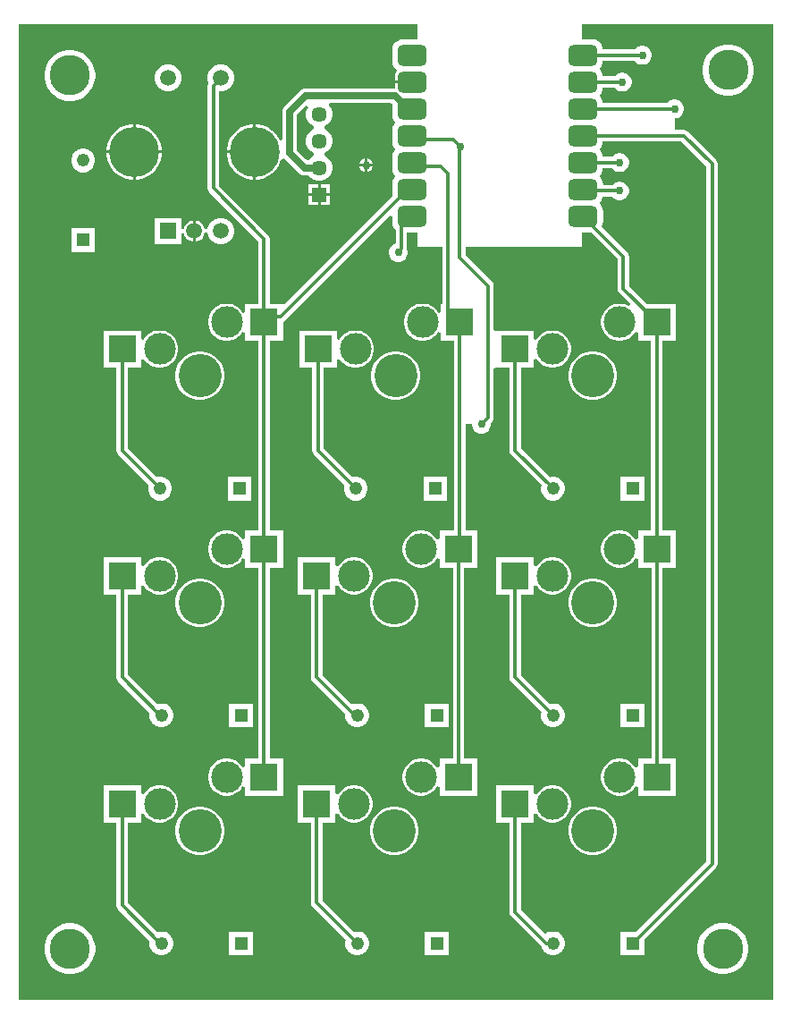
<source format=gbl>
G04*
G04 #@! TF.GenerationSoftware,Altium Limited,Altium Designer,25.8.1 (18)*
G04*
G04 Layer_Physical_Order=2*
G04 Layer_Color=16711680*
%FSLAX44Y44*%
%MOMM*%
G71*
G04*
G04 #@! TF.SameCoordinates,3EE7CF34-C713-4C1D-ADE3-E8542D81B0F6*
G04*
G04*
G04 #@! TF.FilePolarity,Positive*
G04*
G01*
G75*
%ADD26C,0.3048*%
%ADD27C,1.2380*%
%ADD28R,1.2380X1.2380*%
%ADD29C,1.4500*%
%ADD30R,1.4500X1.4500*%
%ADD31R,1.2380X1.2380*%
%ADD32C,1.5000*%
%ADD33C,4.7400*%
%ADD34C,3.8100*%
%ADD35R,1.5000X1.5000*%
%ADD36C,4.0894*%
%ADD37C,3.0000*%
%ADD38C,0.7620*%
G04:AMPARAMS|DCode=39|XSize=2.75mm|YSize=2mm|CornerRadius=0.5mm|HoleSize=0mm|Usage=FLASHONLY|Rotation=180.000|XOffset=0mm|YOffset=0mm|HoleType=Round|Shape=RoundedRectangle|*
%AMROUNDEDRECTD39*
21,1,2.7500,1.0000,0,0,180.0*
21,1,1.7500,2.0000,0,0,180.0*
1,1,1.0000,-0.8750,0.5000*
1,1,1.0000,0.8750,0.5000*
1,1,1.0000,0.8750,-0.5000*
1,1,1.0000,-0.8750,-0.5000*
%
%ADD39ROUNDEDRECTD39*%
%ADD40R,2.5500X2.5000*%
%ADD41C,0.6350*%
G36*
X1141656Y20394D02*
X426795D01*
Y943536D01*
X803910D01*
Y929567D01*
X790360D01*
X787729Y929221D01*
X785276Y928205D01*
X783171Y926589D01*
X781555Y924483D01*
X780539Y922031D01*
X780193Y919400D01*
Y909400D01*
X780539Y906769D01*
X781555Y904316D01*
X783171Y902211D01*
X783837Y901700D01*
X784835Y899677D01*
X784198Y898355D01*
X783774Y897803D01*
X783014Y895968D01*
X782755Y894000D01*
Y890270D01*
X799110D01*
Y887730D01*
X782755D01*
Y884000D01*
X782181Y883345D01*
X698500D01*
X696677Y883105D01*
X694977Y882401D01*
X693518Y881282D01*
X678278Y866042D01*
X677159Y864583D01*
X676455Y862883D01*
X676215Y861060D01*
Y834733D01*
X673675Y834228D01*
X673194Y835389D01*
X670322Y839687D01*
X666667Y843342D01*
X662369Y846214D01*
X657594Y848192D01*
X652524Y849200D01*
X651210D01*
Y822960D01*
Y796720D01*
X652524D01*
X657594Y797728D01*
X662369Y799706D01*
X666667Y802578D01*
X670322Y806233D01*
X673194Y810531D01*
X675172Y815306D01*
X675374Y816321D01*
X678089Y816954D01*
X678278Y816708D01*
X692248Y802738D01*
X693707Y801619D01*
X695407Y800915D01*
X697230Y800675D01*
X701030D01*
X701333Y800149D01*
X703629Y797853D01*
X706441Y796230D01*
X709577Y795390D01*
X712823D01*
X715959Y796230D01*
X718771Y797853D01*
X721067Y800149D01*
X722690Y802961D01*
X723530Y806097D01*
Y809343D01*
X722690Y812479D01*
X721067Y815291D01*
X718771Y817587D01*
X716207Y819067D01*
X716002Y820420D01*
X716207Y821773D01*
X718771Y823253D01*
X721067Y825549D01*
X722690Y828361D01*
X723530Y831497D01*
Y834743D01*
X722690Y837879D01*
X721067Y840691D01*
X718771Y842987D01*
X716207Y844467D01*
X716002Y845820D01*
X716207Y847173D01*
X718771Y848653D01*
X721067Y850949D01*
X722690Y853761D01*
X723530Y856897D01*
Y860143D01*
X722690Y863279D01*
X721067Y866091D01*
X720443Y866715D01*
X721495Y869255D01*
X777717D01*
X780193Y868600D01*
Y858600D01*
X780539Y855969D01*
X781555Y853516D01*
X782118Y852783D01*
X782946Y850900D01*
X782118Y849017D01*
X781555Y848283D01*
X780539Y845831D01*
X780193Y843200D01*
Y833200D01*
X780539Y830569D01*
X781555Y828117D01*
X782118Y827383D01*
X782946Y825500D01*
X782118Y823617D01*
X781555Y822884D01*
X780539Y820431D01*
X780193Y817800D01*
Y807800D01*
X780539Y805169D01*
X781555Y802717D01*
X782118Y801983D01*
X782946Y800100D01*
X782118Y798217D01*
X781555Y797484D01*
X780539Y795031D01*
X780193Y792400D01*
Y782400D01*
X780442Y780513D01*
X678511Y678583D01*
X676900Y679250D01*
Y679250D01*
X664509D01*
Y740470D01*
X664094Y742551D01*
X662916Y744316D01*
X616309Y790923D01*
Y880380D01*
X619596D01*
X622796Y881237D01*
X625664Y882894D01*
X628007Y885236D01*
X629663Y888104D01*
X630520Y891304D01*
Y894616D01*
X629663Y897816D01*
X628007Y900684D01*
X625664Y903027D01*
X622796Y904683D01*
X619596Y905540D01*
X616284D01*
X613084Y904683D01*
X610216Y903027D01*
X607873Y900684D01*
X606217Y897816D01*
X605360Y894616D01*
Y891304D01*
X606214Y888116D01*
X605845Y887564D01*
X605432Y885483D01*
Y788670D01*
X605845Y786589D01*
X607024Y784824D01*
X653632Y738217D01*
Y679250D01*
X641240D01*
Y671317D01*
X638700Y670598D01*
X637194Y672851D01*
X634751Y675294D01*
X631878Y677214D01*
X628686Y678536D01*
X625298Y679210D01*
X621842D01*
X618454Y678536D01*
X615262Y677214D01*
X612389Y675294D01*
X609946Y672851D01*
X608026Y669978D01*
X606704Y666786D01*
X606030Y663398D01*
Y659942D01*
X606704Y656554D01*
X608026Y653362D01*
X609946Y650489D01*
X612389Y648046D01*
X615262Y646126D01*
X618454Y644804D01*
X621842Y644130D01*
X625298D01*
X628686Y644804D01*
X631878Y646126D01*
X634751Y648046D01*
X637194Y650489D01*
X638700Y652742D01*
X641240Y652023D01*
Y644090D01*
X653632D01*
Y464620D01*
X641240D01*
Y456687D01*
X638700Y455967D01*
X637194Y458221D01*
X634751Y460664D01*
X631878Y462584D01*
X628686Y463906D01*
X625298Y464580D01*
X621842D01*
X618454Y463906D01*
X615262Y462584D01*
X612389Y460664D01*
X609946Y458221D01*
X608026Y455348D01*
X606704Y452156D01*
X606030Y448768D01*
Y445312D01*
X606704Y441924D01*
X608026Y438732D01*
X609946Y435859D01*
X612389Y433416D01*
X615262Y431496D01*
X618454Y430174D01*
X621842Y429500D01*
X625298D01*
X628686Y430174D01*
X631878Y431496D01*
X634751Y433416D01*
X637194Y435859D01*
X638700Y438112D01*
X641240Y437393D01*
Y429460D01*
X653632D01*
Y248720D01*
X641240D01*
Y240787D01*
X638700Y240068D01*
X637194Y242321D01*
X634751Y244764D01*
X631878Y246684D01*
X628686Y248006D01*
X625298Y248680D01*
X621842D01*
X618454Y248006D01*
X615262Y246684D01*
X612389Y244764D01*
X609946Y242321D01*
X608026Y239448D01*
X606704Y236256D01*
X606030Y232868D01*
Y229412D01*
X606704Y226024D01*
X608026Y222832D01*
X609946Y219959D01*
X612389Y217516D01*
X615262Y215596D01*
X618454Y214274D01*
X621842Y213600D01*
X625298D01*
X628686Y214274D01*
X631878Y215596D01*
X634751Y217516D01*
X637194Y219959D01*
X638700Y222213D01*
X641240Y221493D01*
Y213560D01*
X676900D01*
Y248720D01*
X664509D01*
Y429460D01*
X676900D01*
Y464620D01*
X664509D01*
Y644090D01*
X676900D01*
Y662104D01*
X678452Y663141D01*
X777846Y762535D01*
X780193Y761563D01*
Y757000D01*
X780539Y754369D01*
X781555Y751917D01*
X783171Y749811D01*
X783591Y749488D01*
Y736233D01*
X782699Y735994D01*
X780671Y734824D01*
X779016Y733169D01*
X777846Y731141D01*
X777240Y728880D01*
Y726540D01*
X777846Y724279D01*
X779016Y722251D01*
X780671Y720596D01*
X782699Y719426D01*
X784960Y718820D01*
X787300D01*
X789561Y719426D01*
X791589Y720596D01*
X793244Y722251D01*
X794414Y724279D01*
X795020Y726540D01*
Y728880D01*
X794414Y731141D01*
X794360Y731236D01*
X794468Y731781D01*
Y746833D01*
X803910D01*
Y732790D01*
X827682D01*
Y679250D01*
X826660D01*
Y671317D01*
X824120Y670598D01*
X822614Y672851D01*
X820171Y675294D01*
X817298Y677214D01*
X814106Y678536D01*
X810717Y679210D01*
X807262D01*
X803874Y678536D01*
X800682Y677214D01*
X797809Y675294D01*
X795366Y672851D01*
X793446Y669978D01*
X792124Y666786D01*
X791450Y663398D01*
Y659942D01*
X792124Y656554D01*
X793446Y653362D01*
X795366Y650489D01*
X797809Y648046D01*
X800682Y646126D01*
X803874Y644804D01*
X807262Y644130D01*
X810717D01*
X814106Y644804D01*
X817298Y646126D01*
X820171Y648046D01*
X822614Y650489D01*
X824120Y652742D01*
X826660Y652023D01*
Y644090D01*
X839052D01*
Y464620D01*
X825390D01*
Y456687D01*
X822850Y455967D01*
X821344Y458221D01*
X818901Y460664D01*
X816028Y462584D01*
X812836Y463906D01*
X809447Y464580D01*
X805993D01*
X802604Y463906D01*
X799412Y462584D01*
X796539Y460664D01*
X794096Y458221D01*
X792176Y455348D01*
X790854Y452156D01*
X790180Y448768D01*
Y445312D01*
X790854Y441924D01*
X792176Y438732D01*
X794096Y435859D01*
X796539Y433416D01*
X799412Y431496D01*
X802604Y430174D01*
X805993Y429500D01*
X809447D01*
X812836Y430174D01*
X816028Y431496D01*
X818901Y433416D01*
X821344Y435859D01*
X822850Y438112D01*
X825390Y437393D01*
Y429460D01*
X837782D01*
Y248720D01*
X825390D01*
Y240787D01*
X822850Y240068D01*
X821344Y242321D01*
X818901Y244764D01*
X816028Y246684D01*
X812836Y248006D01*
X809447Y248680D01*
X805993D01*
X802604Y248006D01*
X799412Y246684D01*
X796539Y244764D01*
X794096Y242321D01*
X792176Y239448D01*
X790854Y236256D01*
X790180Y232868D01*
Y229412D01*
X790854Y226024D01*
X792176Y222832D01*
X794096Y219959D01*
X796539Y217516D01*
X799412Y215596D01*
X802604Y214274D01*
X805993Y213600D01*
X809447D01*
X812836Y214274D01*
X816028Y215596D01*
X818901Y217516D01*
X821344Y219959D01*
X822850Y222213D01*
X825390Y221493D01*
Y213560D01*
X861050D01*
Y248720D01*
X848659D01*
Y429460D01*
X861050D01*
Y464620D01*
X849929D01*
Y565150D01*
X855980D01*
Y563980D01*
X856586Y561719D01*
X857756Y559691D01*
X859411Y558036D01*
X861439Y556866D01*
X863700Y556260D01*
X866040D01*
X868301Y556866D01*
X870329Y558036D01*
X871984Y559691D01*
X873154Y561719D01*
X873760Y563980D01*
Y566320D01*
X873754Y566343D01*
X875066Y567654D01*
X876245Y569419D01*
X876658Y571500D01*
Y617849D01*
X878850Y618690D01*
X879199Y618690D01*
X891242D01*
Y540105D01*
X891656Y538024D01*
X892834Y536259D01*
X921768Y507326D01*
X921325Y505674D01*
Y502706D01*
X922093Y499840D01*
X923577Y497270D01*
X925675Y495172D01*
X928245Y493688D01*
X931111Y492920D01*
X934079D01*
X936945Y493688D01*
X939515Y495172D01*
X941613Y497270D01*
X943097Y499840D01*
X943865Y502706D01*
Y505674D01*
X943097Y508540D01*
X941613Y511110D01*
X939515Y513208D01*
X936945Y514692D01*
X934079Y515460D01*
X931111D01*
X929459Y515017D01*
X902119Y542358D01*
Y618690D01*
X914510D01*
Y626623D01*
X917050Y627342D01*
X918556Y625089D01*
X920999Y622646D01*
X923872Y620726D01*
X927064Y619404D01*
X930452Y618730D01*
X933907D01*
X937296Y619404D01*
X940488Y620726D01*
X943361Y622646D01*
X945804Y625089D01*
X947724Y627962D01*
X949046Y631154D01*
X949720Y634543D01*
Y637998D01*
X949046Y641386D01*
X947724Y644578D01*
X945804Y647451D01*
X943361Y649894D01*
X940488Y651814D01*
X937296Y653136D01*
X933907Y653810D01*
X930452D01*
X927064Y653136D01*
X923872Y651814D01*
X920999Y649894D01*
X918556Y647451D01*
X917050Y645198D01*
X914510Y645917D01*
Y653850D01*
X879199D01*
X878850Y653850D01*
X876658Y654691D01*
Y695960D01*
X876245Y698041D01*
X875066Y699806D01*
X849734Y725137D01*
Y732790D01*
X960120D01*
Y746833D01*
X968586D01*
X993742Y721677D01*
Y693420D01*
X994156Y691339D01*
X995334Y689574D01*
X1005953Y678956D01*
X1004334Y676983D01*
X1003988Y677214D01*
X1000796Y678536D01*
X997408Y679210D01*
X993952D01*
X990564Y678536D01*
X987372Y677214D01*
X984499Y675294D01*
X982056Y672851D01*
X980136Y669978D01*
X978814Y666786D01*
X978140Y663398D01*
Y659942D01*
X978814Y656554D01*
X980136Y653362D01*
X982056Y650489D01*
X984499Y648046D01*
X987372Y646126D01*
X990564Y644804D01*
X993952Y644130D01*
X997408D01*
X1000796Y644804D01*
X1003988Y646126D01*
X1006861Y648046D01*
X1009304Y650489D01*
X1010810Y652742D01*
X1013350Y652023D01*
Y644090D01*
X1025491D01*
Y464620D01*
X1013350D01*
Y456687D01*
X1010810Y455967D01*
X1009304Y458221D01*
X1006861Y460664D01*
X1003988Y462584D01*
X1000796Y463906D01*
X997408Y464580D01*
X993952D01*
X990564Y463906D01*
X987372Y462584D01*
X984499Y460664D01*
X982056Y458221D01*
X980136Y455348D01*
X978814Y452156D01*
X978140Y448768D01*
Y445312D01*
X978814Y441924D01*
X980136Y438732D01*
X982056Y435859D01*
X984499Y433416D01*
X987372Y431496D01*
X990564Y430174D01*
X993952Y429500D01*
X997408D01*
X1000796Y430174D01*
X1003988Y431496D01*
X1006861Y433416D01*
X1009304Y435859D01*
X1010810Y438112D01*
X1013350Y437393D01*
Y429460D01*
X1025742D01*
Y248720D01*
X1013350D01*
Y240787D01*
X1010810Y240068D01*
X1009304Y242321D01*
X1006861Y244764D01*
X1003988Y246684D01*
X1000796Y248006D01*
X997408Y248680D01*
X993952D01*
X990564Y248006D01*
X987372Y246684D01*
X984499Y244764D01*
X982056Y242321D01*
X980136Y239448D01*
X978814Y236256D01*
X978140Y232868D01*
Y229412D01*
X978814Y226024D01*
X980136Y222832D01*
X982056Y219959D01*
X984499Y217516D01*
X987372Y215596D01*
X990564Y214274D01*
X993952Y213600D01*
X997408D01*
X1000796Y214274D01*
X1003988Y215596D01*
X1006861Y217516D01*
X1009304Y219959D01*
X1010810Y222213D01*
X1013350Y221493D01*
Y213560D01*
X1049010D01*
Y248720D01*
X1036618D01*
Y429460D01*
X1049010D01*
Y464620D01*
X1036368D01*
Y644090D01*
X1049010D01*
Y679250D01*
X1021041D01*
X1004619Y695673D01*
Y723930D01*
X1004204Y726011D01*
X1003026Y727776D01*
X978729Y752072D01*
X979680Y754369D01*
X980027Y757000D01*
Y767000D01*
X979680Y769631D01*
X978665Y772084D01*
X978102Y772817D01*
X977274Y774700D01*
X978102Y776583D01*
X978665Y777317D01*
X979680Y779769D01*
X979802Y780692D01*
X988555D01*
X988566Y780671D01*
X990221Y779016D01*
X992249Y777846D01*
X994510Y777240D01*
X996850D01*
X999111Y777846D01*
X1001139Y779016D01*
X1002794Y780671D01*
X1003964Y782699D01*
X1004570Y784960D01*
Y787300D01*
X1003964Y789561D01*
X1002794Y791589D01*
X1001139Y793244D01*
X999111Y794414D01*
X996850Y795020D01*
X994510D01*
X992249Y794414D01*
X990221Y793244D01*
X988566Y791589D01*
X988555Y791569D01*
X980027D01*
Y792400D01*
X979680Y795031D01*
X978665Y797484D01*
X978102Y798217D01*
X977274Y800100D01*
X978102Y801983D01*
X978665Y802717D01*
X979680Y805169D01*
X979969Y807362D01*
X988555D01*
X988566Y807341D01*
X990221Y805686D01*
X992249Y804516D01*
X994510Y803910D01*
X996850D01*
X999111Y804516D01*
X1001139Y805686D01*
X1002794Y807341D01*
X1003964Y809369D01*
X1004570Y811630D01*
Y813970D01*
X1003964Y816231D01*
X1002794Y818259D01*
X1001139Y819914D01*
X999111Y821084D01*
X996850Y821690D01*
X994510D01*
X992249Y821084D01*
X990221Y819914D01*
X988566Y818259D01*
X988555Y818239D01*
X979969D01*
X979680Y820431D01*
X978665Y822884D01*
X978102Y823617D01*
X977274Y825500D01*
X978102Y827383D01*
X978665Y828117D01*
X979680Y830569D01*
X979969Y832762D01*
X1054387D01*
X1077871Y809277D01*
Y151258D01*
X1011544Y84930D01*
X996695D01*
Y62390D01*
X1019235D01*
Y77239D01*
X1087156Y145159D01*
X1088335Y146924D01*
X1088748Y149005D01*
Y811530D01*
X1088335Y813611D01*
X1087156Y815376D01*
X1060486Y842046D01*
X1058721Y843224D01*
X1056640Y843639D01*
X1047750D01*
Y854710D01*
X1048920D01*
X1051181Y855316D01*
X1053209Y856486D01*
X1054864Y858141D01*
X1056034Y860169D01*
X1056640Y862430D01*
Y864770D01*
X1056034Y867031D01*
X1054864Y869059D01*
X1053209Y870714D01*
X1051181Y871884D01*
X1048920Y872490D01*
X1046580D01*
X1044319Y871884D01*
X1042291Y870714D01*
X1040636Y869059D01*
X1040625Y869038D01*
X979969D01*
X979680Y871231D01*
X978665Y873683D01*
X978102Y874417D01*
X977274Y876300D01*
X978102Y878183D01*
X978665Y878916D01*
X979680Y881369D01*
X979969Y883561D01*
X991095D01*
X991106Y883541D01*
X992761Y881886D01*
X994789Y880716D01*
X997050Y880110D01*
X999390D01*
X1001651Y880716D01*
X1003679Y881886D01*
X1005334Y883541D01*
X1006504Y885569D01*
X1007110Y887830D01*
Y890170D01*
X1006504Y892431D01*
X1005334Y894459D01*
X1003679Y896114D01*
X1001651Y897284D01*
X999390Y897890D01*
X997050D01*
X994789Y897284D01*
X992761Y896114D01*
X991106Y894459D01*
X991095Y894438D01*
X979969D01*
X979680Y896631D01*
X978665Y899083D01*
X978102Y899817D01*
X977274Y901700D01*
X978102Y903583D01*
X978665Y904316D01*
X979680Y906769D01*
X979969Y908961D01*
X1010145D01*
X1010156Y908941D01*
X1011811Y907286D01*
X1013839Y906116D01*
X1016100Y905510D01*
X1018440D01*
X1020701Y906116D01*
X1022729Y907286D01*
X1024384Y908941D01*
X1025554Y910969D01*
X1026160Y913230D01*
Y915570D01*
X1025554Y917831D01*
X1024384Y919859D01*
X1022729Y921514D01*
X1020701Y922684D01*
X1018440Y923290D01*
X1016100D01*
X1013839Y922684D01*
X1011811Y921514D01*
X1010156Y919859D01*
X1010145Y919838D01*
X979969D01*
X979680Y922031D01*
X978665Y924483D01*
X977049Y926589D01*
X974943Y928205D01*
X972491Y929221D01*
X969860Y929567D01*
X960120D01*
Y943536D01*
X1141656D01*
Y20394D01*
D02*
G37*
G36*
X700633Y864877D02*
X699710Y863279D01*
X698870Y860143D01*
Y856897D01*
X699710Y853761D01*
X701333Y850949D01*
X703629Y848653D01*
X706193Y847173D01*
X706398Y845820D01*
X706193Y844467D01*
X703629Y842987D01*
X701333Y840691D01*
X699710Y837879D01*
X698870Y834743D01*
Y831497D01*
X699710Y828361D01*
X701333Y825549D01*
X703629Y823253D01*
X706193Y821773D01*
X706398Y820420D01*
X706193Y819067D01*
X703629Y817587D01*
X701333Y815291D01*
X698848Y816066D01*
X690305Y824608D01*
Y858142D01*
X698600Y866437D01*
X700633Y864877D01*
D02*
G37*
%LPC*%
G36*
X569596Y905540D02*
X566284D01*
X563084Y904683D01*
X560216Y903027D01*
X557873Y900684D01*
X556217Y897816D01*
X555360Y894616D01*
Y891304D01*
X556217Y888104D01*
X557873Y885236D01*
X560216Y882894D01*
X563084Y881237D01*
X566284Y880380D01*
X569596D01*
X572796Y881237D01*
X575664Y882894D01*
X578007Y885236D01*
X579663Y888104D01*
X580520Y891304D01*
Y894616D01*
X579663Y897816D01*
X578007Y900684D01*
X575664Y903027D01*
X572796Y904683D01*
X569596Y905540D01*
D02*
G37*
G36*
X1100927Y924560D02*
X1096173D01*
X1091512Y923633D01*
X1087120Y921814D01*
X1083168Y919173D01*
X1079807Y915812D01*
X1077166Y911860D01*
X1075347Y907468D01*
X1074420Y902807D01*
Y898053D01*
X1075347Y893391D01*
X1077166Y889000D01*
X1079807Y885048D01*
X1083168Y881687D01*
X1087120Y879046D01*
X1091512Y877227D01*
X1096173Y876300D01*
X1100927D01*
X1105589Y877227D01*
X1109980Y879046D01*
X1113932Y881687D01*
X1117293Y885048D01*
X1119934Y889000D01*
X1121753Y893391D01*
X1122680Y898053D01*
Y902807D01*
X1121753Y907468D01*
X1119934Y911860D01*
X1117293Y915812D01*
X1113932Y919173D01*
X1109980Y921814D01*
X1105589Y923633D01*
X1100927Y924560D01*
D02*
G37*
G36*
X477357Y919480D02*
X472603D01*
X467942Y918553D01*
X463550Y916734D01*
X459598Y914093D01*
X456237Y910732D01*
X453596Y906780D01*
X451777Y902389D01*
X450850Y897727D01*
Y892973D01*
X451777Y888311D01*
X453596Y883920D01*
X456237Y879968D01*
X459598Y876607D01*
X463550Y873966D01*
X467942Y872147D01*
X472603Y871220D01*
X477357D01*
X482019Y872147D01*
X486410Y873966D01*
X490362Y876607D01*
X493723Y879968D01*
X496364Y883920D01*
X498183Y888311D01*
X499110Y892973D01*
Y897727D01*
X498183Y902389D01*
X496364Y906780D01*
X493723Y910732D01*
X490362Y914093D01*
X486410Y916734D01*
X482019Y918553D01*
X477357Y919480D01*
D02*
G37*
G36*
X648670Y849200D02*
X647356D01*
X642286Y848192D01*
X637511Y846214D01*
X633213Y843342D01*
X629558Y839687D01*
X626686Y835389D01*
X624708Y830614D01*
X623700Y825544D01*
Y824230D01*
X648670D01*
Y849200D01*
D02*
G37*
G36*
X538524D02*
X537210D01*
Y824230D01*
X562180D01*
Y825544D01*
X561172Y830614D01*
X559194Y835389D01*
X556322Y839687D01*
X552667Y843342D01*
X548369Y846214D01*
X543594Y848192D01*
X538524Y849200D01*
D02*
G37*
G36*
X534670D02*
X533356D01*
X528286Y848192D01*
X523511Y846214D01*
X519213Y843342D01*
X515558Y839687D01*
X512686Y835389D01*
X510708Y830614D01*
X509700Y825544D01*
Y824230D01*
X534670D01*
Y849200D01*
D02*
G37*
G36*
X756920Y816607D02*
Y811530D01*
X761997D01*
X761033Y813857D01*
X759247Y815643D01*
X756920Y816607D01*
D02*
G37*
G36*
X754380D02*
X752053Y815643D01*
X750267Y813857D01*
X749303Y811530D01*
X754380D01*
Y816607D01*
D02*
G37*
G36*
X761997Y808990D02*
X756920D01*
Y803913D01*
X759247Y804877D01*
X761033Y806663D01*
X761997Y808990D01*
D02*
G37*
G36*
X754380D02*
X749303D01*
X750267Y806663D01*
X752053Y804877D01*
X754380Y803913D01*
Y808990D01*
D02*
G37*
G36*
X489164Y826195D02*
X486196D01*
X483330Y825427D01*
X480760Y823943D01*
X478662Y821845D01*
X477178Y819275D01*
X476410Y816409D01*
Y813441D01*
X477178Y810575D01*
X478662Y808005D01*
X480760Y805907D01*
X483330Y804423D01*
X486196Y803655D01*
X489164D01*
X492030Y804423D01*
X494600Y805907D01*
X496698Y808005D01*
X498182Y810575D01*
X498950Y813441D01*
Y816409D01*
X498182Y819275D01*
X496698Y821845D01*
X494600Y823943D01*
X492030Y825427D01*
X489164Y826195D01*
D02*
G37*
G36*
X648670Y821690D02*
X623700D01*
Y820376D01*
X624708Y815306D01*
X626686Y810531D01*
X629558Y806233D01*
X633213Y802578D01*
X637511Y799706D01*
X642286Y797728D01*
X647356Y796720D01*
X648670D01*
Y821690D01*
D02*
G37*
G36*
X562180D02*
X537210D01*
Y796720D01*
X538524D01*
X543594Y797728D01*
X548369Y799706D01*
X552667Y802578D01*
X556322Y806233D01*
X559194Y810531D01*
X561172Y815306D01*
X562180Y820376D01*
Y821690D01*
D02*
G37*
G36*
X534670D02*
X509700D01*
Y820376D01*
X510708Y815306D01*
X512686Y810531D01*
X515558Y806233D01*
X519213Y802578D01*
X523511Y799706D01*
X528286Y797728D01*
X533356Y796720D01*
X534670D01*
Y821690D01*
D02*
G37*
G36*
X720990Y792110D02*
X712470D01*
Y783590D01*
X720990D01*
Y792110D01*
D02*
G37*
G36*
X709930D02*
X701410D01*
Y783590D01*
X709930D01*
Y792110D01*
D02*
G37*
G36*
X720990Y781050D02*
X712470D01*
Y772530D01*
X720990D01*
Y781050D01*
D02*
G37*
G36*
X709930D02*
X701410D01*
Y772530D01*
X709930D01*
Y781050D01*
D02*
G37*
G36*
X619596Y760540D02*
X616284D01*
X613084Y759683D01*
X610216Y758027D01*
X607873Y755684D01*
X606217Y752816D01*
X605360Y749616D01*
X602863Y749719D01*
X602296Y751835D01*
X600974Y754125D01*
X599105Y755994D01*
X596815Y757316D01*
X594262Y758000D01*
X594210D01*
Y747960D01*
Y737920D01*
X594262D01*
X596815Y738604D01*
X599105Y739926D01*
X600974Y741795D01*
X602296Y744085D01*
X602863Y746201D01*
X605360Y746304D01*
X606217Y743104D01*
X607873Y740236D01*
X610216Y737894D01*
X613084Y736237D01*
X616284Y735380D01*
X619596D01*
X622796Y736237D01*
X625664Y737894D01*
X628007Y740236D01*
X629663Y743104D01*
X630520Y746304D01*
Y749616D01*
X629663Y752816D01*
X628007Y755684D01*
X625664Y758027D01*
X622796Y759683D01*
X619596Y760540D01*
D02*
G37*
G36*
X580520D02*
X555360D01*
Y735380D01*
X580520D01*
Y745707D01*
X583060Y746041D01*
X583584Y744085D01*
X584906Y741795D01*
X586775Y739926D01*
X589065Y738604D01*
X591618Y737920D01*
X591670D01*
Y747960D01*
Y758000D01*
X591618D01*
X589065Y757316D01*
X586775Y755994D01*
X584906Y754125D01*
X583584Y751835D01*
X583060Y749879D01*
X580520Y750213D01*
Y760540D01*
D02*
G37*
G36*
X498950Y750825D02*
X476410D01*
Y728285D01*
X498950D01*
Y750825D01*
D02*
G37*
G36*
X727820Y653850D02*
X692160D01*
Y618690D01*
X704551D01*
Y540105D01*
X704966Y538024D01*
X706144Y536259D01*
X735078Y507326D01*
X734635Y505674D01*
Y502706D01*
X735403Y499840D01*
X736887Y497270D01*
X738985Y495172D01*
X741555Y493688D01*
X744421Y492920D01*
X747389D01*
X750255Y493688D01*
X752825Y495172D01*
X754923Y497270D01*
X756407Y499840D01*
X757175Y502706D01*
Y505674D01*
X756407Y508540D01*
X754923Y511110D01*
X752825Y513208D01*
X750255Y514692D01*
X747389Y515460D01*
X744421D01*
X742769Y515017D01*
X715428Y542358D01*
Y618690D01*
X727820D01*
Y626623D01*
X730360Y627342D01*
X731866Y625089D01*
X734309Y622646D01*
X737182Y620726D01*
X740374Y619404D01*
X743763Y618730D01*
X747217D01*
X750606Y619404D01*
X753798Y620726D01*
X756671Y622646D01*
X759114Y625089D01*
X761034Y627962D01*
X762356Y631154D01*
X763030Y634543D01*
Y637998D01*
X762356Y641386D01*
X761034Y644578D01*
X759114Y647451D01*
X756671Y649894D01*
X753798Y651814D01*
X750606Y653136D01*
X747217Y653810D01*
X743763D01*
X740374Y653136D01*
X737182Y651814D01*
X734309Y649894D01*
X731866Y647451D01*
X730360Y645198D01*
X727820Y645917D01*
Y653850D01*
D02*
G37*
G36*
X542400D02*
X506740D01*
Y618690D01*
X519132D01*
Y540105D01*
X519546Y538024D01*
X520724Y536259D01*
X549658Y507326D01*
X549215Y505674D01*
Y502706D01*
X549983Y499840D01*
X551467Y497270D01*
X553565Y495172D01*
X556135Y493688D01*
X559001Y492920D01*
X561969D01*
X564835Y493688D01*
X567405Y495172D01*
X569503Y497270D01*
X570987Y499840D01*
X571755Y502706D01*
Y505674D01*
X570987Y508540D01*
X569503Y511110D01*
X567405Y513208D01*
X564835Y514692D01*
X561969Y515460D01*
X559001D01*
X557349Y515017D01*
X530009Y542358D01*
Y618690D01*
X542400D01*
Y626623D01*
X544940Y627342D01*
X546446Y625089D01*
X548889Y622646D01*
X551762Y620726D01*
X554954Y619404D01*
X558343Y618730D01*
X561797D01*
X565186Y619404D01*
X568378Y620726D01*
X571251Y622646D01*
X573694Y625089D01*
X575614Y627962D01*
X576936Y631154D01*
X577610Y634543D01*
Y637998D01*
X576936Y641386D01*
X575614Y644578D01*
X573694Y647451D01*
X571251Y649894D01*
X568378Y651814D01*
X565186Y653136D01*
X561797Y653810D01*
X558343D01*
X554954Y653136D01*
X551762Y651814D01*
X548889Y649894D01*
X546446Y647451D01*
X544940Y645198D01*
X542400Y645917D01*
Y653850D01*
D02*
G37*
G36*
X972544Y633857D02*
X968016D01*
X963575Y632974D01*
X959392Y631241D01*
X955627Y628725D01*
X952425Y625523D01*
X949909Y621758D01*
X948176Y617575D01*
X947293Y613134D01*
Y608606D01*
X948176Y604165D01*
X949909Y599982D01*
X952425Y596217D01*
X955627Y593015D01*
X959392Y590499D01*
X963575Y588766D01*
X968016Y587883D01*
X972544D01*
X976985Y588766D01*
X981168Y590499D01*
X984933Y593015D01*
X988135Y596217D01*
X990651Y599982D01*
X992384Y604165D01*
X993267Y608606D01*
Y613134D01*
X992384Y617575D01*
X990651Y621758D01*
X988135Y625523D01*
X984933Y628725D01*
X981168Y631241D01*
X976985Y632974D01*
X972544Y633857D01*
D02*
G37*
G36*
X785854D02*
X781326D01*
X776885Y632974D01*
X772702Y631241D01*
X768937Y628725D01*
X765735Y625523D01*
X763219Y621758D01*
X761486Y617575D01*
X760603Y613134D01*
Y608606D01*
X761486Y604165D01*
X763219Y599982D01*
X765735Y596217D01*
X768937Y593015D01*
X772702Y590499D01*
X776885Y588766D01*
X781326Y587883D01*
X785854D01*
X790295Y588766D01*
X794478Y590499D01*
X798243Y593015D01*
X801445Y596217D01*
X803961Y599982D01*
X805694Y604165D01*
X806577Y608606D01*
Y613134D01*
X805694Y617575D01*
X803961Y621758D01*
X801445Y625523D01*
X798243Y628725D01*
X794478Y631241D01*
X790295Y632974D01*
X785854Y633857D01*
D02*
G37*
G36*
X600434D02*
X595906D01*
X591465Y632974D01*
X587282Y631241D01*
X583517Y628725D01*
X580315Y625523D01*
X577799Y621758D01*
X576066Y617575D01*
X575183Y613134D01*
Y608606D01*
X576066Y604165D01*
X577799Y599982D01*
X580315Y596217D01*
X583517Y593015D01*
X587282Y590499D01*
X591465Y588766D01*
X595906Y587883D01*
X600434D01*
X604875Y588766D01*
X609058Y590499D01*
X612823Y593015D01*
X616025Y596217D01*
X618541Y599982D01*
X620274Y604165D01*
X621157Y608606D01*
Y613134D01*
X620274Y617575D01*
X618541Y621758D01*
X616025Y625523D01*
X612823Y628725D01*
X609058Y631241D01*
X604875Y632974D01*
X600434Y633857D01*
D02*
G37*
G36*
X1019235Y515460D02*
X996695D01*
Y492920D01*
X1019235D01*
Y515460D01*
D02*
G37*
G36*
X832545D02*
X810005D01*
Y492920D01*
X832545D01*
Y515460D01*
D02*
G37*
G36*
X647125D02*
X624585D01*
Y492920D01*
X647125D01*
Y515460D01*
D02*
G37*
G36*
X914510Y439220D02*
X878850D01*
Y404060D01*
X891242D01*
Y325475D01*
X891656Y323394D01*
X892834Y321629D01*
X921768Y292696D01*
X921325Y291044D01*
Y288076D01*
X922093Y285210D01*
X923577Y282640D01*
X925675Y280542D01*
X928245Y279058D01*
X931111Y278290D01*
X934079D01*
X936945Y279058D01*
X939515Y280542D01*
X941613Y282640D01*
X943097Y285210D01*
X943865Y288076D01*
Y291044D01*
X943097Y293910D01*
X941613Y296480D01*
X939515Y298578D01*
X936945Y300062D01*
X934079Y300830D01*
X931111D01*
X929459Y300387D01*
X902119Y327728D01*
Y404060D01*
X914510D01*
Y411993D01*
X917050Y412713D01*
X918556Y410459D01*
X920999Y408016D01*
X923872Y406096D01*
X927064Y404774D01*
X930452Y404100D01*
X933907D01*
X937296Y404774D01*
X940488Y406096D01*
X943361Y408016D01*
X945804Y410459D01*
X947724Y413332D01*
X949046Y416524D01*
X949720Y419912D01*
Y423368D01*
X949046Y426756D01*
X947724Y429948D01*
X945804Y432821D01*
X943361Y435264D01*
X940488Y437184D01*
X937296Y438506D01*
X933907Y439180D01*
X930452D01*
X927064Y438506D01*
X923872Y437184D01*
X920999Y435264D01*
X918556Y432821D01*
X917050Y430568D01*
X914510Y431287D01*
Y439220D01*
D02*
G37*
G36*
X726550D02*
X690890D01*
Y404060D01*
X703281D01*
Y325475D01*
X703696Y323394D01*
X704874Y321629D01*
X735905Y290599D01*
Y288076D01*
X736673Y285210D01*
X738157Y282640D01*
X740255Y280542D01*
X742825Y279058D01*
X745691Y278290D01*
X748659D01*
X751525Y279058D01*
X754095Y280542D01*
X756193Y282640D01*
X757677Y285210D01*
X758445Y288076D01*
Y291044D01*
X757677Y293910D01*
X756193Y296480D01*
X754095Y298578D01*
X751525Y300062D01*
X748659Y300830D01*
X745691D01*
X742825Y300062D01*
X742190Y299696D01*
X714158Y327728D01*
Y404060D01*
X726550D01*
Y411993D01*
X729090Y412713D01*
X730596Y410459D01*
X733039Y408016D01*
X735912Y406096D01*
X739104Y404774D01*
X742493Y404100D01*
X745947D01*
X749336Y404774D01*
X752528Y406096D01*
X755401Y408016D01*
X757844Y410459D01*
X759764Y413332D01*
X761086Y416524D01*
X761760Y419912D01*
Y423368D01*
X761086Y426756D01*
X759764Y429948D01*
X757844Y432821D01*
X755401Y435264D01*
X752528Y437184D01*
X749336Y438506D01*
X745947Y439180D01*
X742493D01*
X739104Y438506D01*
X735912Y437184D01*
X733039Y435264D01*
X730596Y432821D01*
X729090Y430568D01*
X726550Y431287D01*
Y439220D01*
D02*
G37*
G36*
X542400D02*
X506740D01*
Y404060D01*
X519132D01*
Y325475D01*
X519546Y323394D01*
X520724Y321629D01*
X550659Y291695D01*
X550485Y291044D01*
Y288076D01*
X551253Y285210D01*
X552737Y282640D01*
X554835Y280542D01*
X557405Y279058D01*
X560271Y278290D01*
X563239D01*
X566105Y279058D01*
X568675Y280542D01*
X570773Y282640D01*
X572257Y285210D01*
X573025Y288076D01*
Y291044D01*
X572257Y293910D01*
X570773Y296480D01*
X568675Y298578D01*
X566105Y300062D01*
X563239Y300830D01*
X560271D01*
X557617Y300119D01*
X530009Y327728D01*
Y404060D01*
X542400D01*
Y411993D01*
X544940Y412713D01*
X546446Y410459D01*
X548889Y408016D01*
X551762Y406096D01*
X554954Y404774D01*
X558343Y404100D01*
X561797D01*
X565186Y404774D01*
X568378Y406096D01*
X571251Y408016D01*
X573694Y410459D01*
X575614Y413332D01*
X576936Y416524D01*
X577610Y419912D01*
Y423368D01*
X576936Y426756D01*
X575614Y429948D01*
X573694Y432821D01*
X571251Y435264D01*
X568378Y437184D01*
X565186Y438506D01*
X561797Y439180D01*
X558343D01*
X554954Y438506D01*
X551762Y437184D01*
X548889Y435264D01*
X546446Y432821D01*
X544940Y430568D01*
X542400Y431287D01*
Y439220D01*
D02*
G37*
G36*
X972544Y419227D02*
X968016D01*
X963575Y418344D01*
X959392Y416611D01*
X955627Y414095D01*
X952425Y410893D01*
X949909Y407128D01*
X948176Y402945D01*
X947293Y398504D01*
Y393976D01*
X948176Y389535D01*
X949909Y385352D01*
X952425Y381587D01*
X955627Y378385D01*
X959392Y375869D01*
X963575Y374136D01*
X968016Y373253D01*
X972544D01*
X976985Y374136D01*
X981168Y375869D01*
X984933Y378385D01*
X988135Y381587D01*
X990651Y385352D01*
X992384Y389535D01*
X993267Y393976D01*
Y398504D01*
X992384Y402945D01*
X990651Y407128D01*
X988135Y410893D01*
X984933Y414095D01*
X981168Y416611D01*
X976985Y418344D01*
X972544Y419227D01*
D02*
G37*
G36*
X784584D02*
X780056D01*
X775615Y418344D01*
X771432Y416611D01*
X767667Y414095D01*
X764465Y410893D01*
X761949Y407128D01*
X760216Y402945D01*
X759333Y398504D01*
Y393976D01*
X760216Y389535D01*
X761949Y385352D01*
X764465Y381587D01*
X767667Y378385D01*
X771432Y375869D01*
X775615Y374136D01*
X780056Y373253D01*
X784584D01*
X789025Y374136D01*
X793208Y375869D01*
X796973Y378385D01*
X800175Y381587D01*
X802691Y385352D01*
X804424Y389535D01*
X805307Y393976D01*
Y398504D01*
X804424Y402945D01*
X802691Y407128D01*
X800175Y410893D01*
X796973Y414095D01*
X793208Y416611D01*
X789025Y418344D01*
X784584Y419227D01*
D02*
G37*
G36*
X600434D02*
X595906D01*
X591465Y418344D01*
X587282Y416611D01*
X583517Y414095D01*
X580315Y410893D01*
X577799Y407128D01*
X576066Y402945D01*
X575183Y398504D01*
Y393976D01*
X576066Y389535D01*
X577799Y385352D01*
X580315Y381587D01*
X583517Y378385D01*
X587282Y375869D01*
X591465Y374136D01*
X595906Y373253D01*
X600434D01*
X604875Y374136D01*
X609058Y375869D01*
X612823Y378385D01*
X616025Y381587D01*
X618541Y385352D01*
X620274Y389535D01*
X621157Y393976D01*
Y398504D01*
X620274Y402945D01*
X618541Y407128D01*
X616025Y410893D01*
X612823Y414095D01*
X609058Y416611D01*
X604875Y418344D01*
X600434Y419227D01*
D02*
G37*
G36*
X1019235Y300830D02*
X996695D01*
Y278290D01*
X1019235D01*
Y300830D01*
D02*
G37*
G36*
X833815D02*
X811275D01*
Y278290D01*
X833815D01*
Y300830D01*
D02*
G37*
G36*
X648395D02*
X625855D01*
Y278290D01*
X648395D01*
Y300830D01*
D02*
G37*
G36*
X914510Y223320D02*
X878850D01*
Y188160D01*
X891242D01*
Y103225D01*
X891656Y101144D01*
X892834Y99379D01*
X921796Y70418D01*
X922093Y69310D01*
X923577Y66740D01*
X925675Y64642D01*
X928245Y63158D01*
X931111Y62390D01*
X934079D01*
X936945Y63158D01*
X939515Y64642D01*
X941613Y66740D01*
X943097Y69310D01*
X943865Y72176D01*
Y75144D01*
X943097Y78010D01*
X941613Y80580D01*
X939515Y82678D01*
X936945Y84162D01*
X934079Y84930D01*
X931111D01*
X928245Y84162D01*
X925675Y82678D01*
X925296Y82300D01*
X902119Y105478D01*
Y188160D01*
X914510D01*
Y196093D01*
X917050Y196812D01*
X918556Y194559D01*
X920999Y192116D01*
X923872Y190196D01*
X927064Y188874D01*
X930452Y188200D01*
X933907D01*
X937296Y188874D01*
X940488Y190196D01*
X943361Y192116D01*
X945804Y194559D01*
X947724Y197432D01*
X949046Y200624D01*
X949720Y204013D01*
Y207467D01*
X949046Y210856D01*
X947724Y214048D01*
X945804Y216921D01*
X943361Y219364D01*
X940488Y221284D01*
X937296Y222606D01*
X933907Y223280D01*
X930452D01*
X927064Y222606D01*
X923872Y221284D01*
X920999Y219364D01*
X918556Y216921D01*
X917050Y214667D01*
X914510Y215387D01*
Y223320D01*
D02*
G37*
G36*
X726550D02*
X690890D01*
Y188160D01*
X703281D01*
Y112115D01*
X703696Y110034D01*
X704874Y108269D01*
X736348Y76796D01*
X735905Y75144D01*
Y72176D01*
X736673Y69310D01*
X738157Y66740D01*
X740255Y64642D01*
X742825Y63158D01*
X745691Y62390D01*
X748659D01*
X751525Y63158D01*
X754095Y64642D01*
X756193Y66740D01*
X757677Y69310D01*
X758445Y72176D01*
Y75144D01*
X757677Y78010D01*
X756193Y80580D01*
X754095Y82678D01*
X751525Y84162D01*
X748659Y84930D01*
X745691D01*
X744039Y84487D01*
X714158Y114368D01*
Y188160D01*
X726550D01*
Y196093D01*
X729090Y196812D01*
X730596Y194559D01*
X733039Y192116D01*
X735912Y190196D01*
X739104Y188874D01*
X742493Y188200D01*
X745947D01*
X749336Y188874D01*
X752528Y190196D01*
X755401Y192116D01*
X757844Y194559D01*
X759764Y197432D01*
X761086Y200624D01*
X761760Y204013D01*
Y207467D01*
X761086Y210856D01*
X759764Y214048D01*
X757844Y216921D01*
X755401Y219364D01*
X752528Y221284D01*
X749336Y222606D01*
X745947Y223280D01*
X742493D01*
X739104Y222606D01*
X735912Y221284D01*
X733039Y219364D01*
X730596Y216921D01*
X729090Y214667D01*
X726550Y215387D01*
Y223320D01*
D02*
G37*
G36*
X542400D02*
X506740D01*
Y188160D01*
X519132D01*
Y109575D01*
X519546Y107494D01*
X520724Y105729D01*
X550659Y75795D01*
X550485Y75144D01*
Y72176D01*
X551253Y69310D01*
X552737Y66740D01*
X554835Y64642D01*
X557405Y63158D01*
X560271Y62390D01*
X563239D01*
X566105Y63158D01*
X568675Y64642D01*
X570773Y66740D01*
X572257Y69310D01*
X573025Y72176D01*
Y75144D01*
X572257Y78010D01*
X570773Y80580D01*
X568675Y82678D01*
X566105Y84162D01*
X563239Y84930D01*
X560271D01*
X557617Y84219D01*
X530009Y111828D01*
Y188160D01*
X542400D01*
Y196093D01*
X544940Y196812D01*
X546446Y194559D01*
X548889Y192116D01*
X551762Y190196D01*
X554954Y188874D01*
X558343Y188200D01*
X561797D01*
X565186Y188874D01*
X568378Y190196D01*
X571251Y192116D01*
X573694Y194559D01*
X575614Y197432D01*
X576936Y200624D01*
X577610Y204013D01*
Y207467D01*
X576936Y210856D01*
X575614Y214048D01*
X573694Y216921D01*
X571251Y219364D01*
X568378Y221284D01*
X565186Y222606D01*
X561797Y223280D01*
X558343D01*
X554954Y222606D01*
X551762Y221284D01*
X548889Y219364D01*
X546446Y216921D01*
X544940Y214667D01*
X542400Y215387D01*
Y223320D01*
D02*
G37*
G36*
X972544Y203327D02*
X968016D01*
X963575Y202444D01*
X959392Y200711D01*
X955627Y198195D01*
X952425Y194993D01*
X949909Y191228D01*
X948176Y187045D01*
X947293Y182604D01*
Y178076D01*
X948176Y173635D01*
X949909Y169452D01*
X952425Y165687D01*
X955627Y162485D01*
X959392Y159969D01*
X963575Y158236D01*
X968016Y157353D01*
X972544D01*
X976985Y158236D01*
X981168Y159969D01*
X984933Y162485D01*
X988135Y165687D01*
X990651Y169452D01*
X992384Y173635D01*
X993267Y178076D01*
Y182604D01*
X992384Y187045D01*
X990651Y191228D01*
X988135Y194993D01*
X984933Y198195D01*
X981168Y200711D01*
X976985Y202444D01*
X972544Y203327D01*
D02*
G37*
G36*
X784584D02*
X780056D01*
X775615Y202444D01*
X771432Y200711D01*
X767667Y198195D01*
X764465Y194993D01*
X761949Y191228D01*
X760216Y187045D01*
X759333Y182604D01*
Y178076D01*
X760216Y173635D01*
X761949Y169452D01*
X764465Y165687D01*
X767667Y162485D01*
X771432Y159969D01*
X775615Y158236D01*
X780056Y157353D01*
X784584D01*
X789025Y158236D01*
X793208Y159969D01*
X796973Y162485D01*
X800175Y165687D01*
X802691Y169452D01*
X804424Y173635D01*
X805307Y178076D01*
Y182604D01*
X804424Y187045D01*
X802691Y191228D01*
X800175Y194993D01*
X796973Y198195D01*
X793208Y200711D01*
X789025Y202444D01*
X784584Y203327D01*
D02*
G37*
G36*
X600434D02*
X595906D01*
X591465Y202444D01*
X587282Y200711D01*
X583517Y198195D01*
X580315Y194993D01*
X577799Y191228D01*
X576066Y187045D01*
X575183Y182604D01*
Y178076D01*
X576066Y173635D01*
X577799Y169452D01*
X580315Y165687D01*
X583517Y162485D01*
X587282Y159969D01*
X591465Y158236D01*
X595906Y157353D01*
X600434D01*
X604875Y158236D01*
X609058Y159969D01*
X612823Y162485D01*
X616025Y165687D01*
X618541Y169452D01*
X620274Y173635D01*
X621157Y178076D01*
Y182604D01*
X620274Y187045D01*
X618541Y191228D01*
X616025Y194993D01*
X612823Y198195D01*
X609058Y200711D01*
X604875Y202444D01*
X600434Y203327D01*
D02*
G37*
G36*
X833815Y84930D02*
X811275D01*
Y62390D01*
X833815D01*
Y84930D01*
D02*
G37*
G36*
X648395D02*
X625855D01*
Y62390D01*
X648395D01*
Y84930D01*
D02*
G37*
G36*
X1095847Y92710D02*
X1091093D01*
X1086432Y91783D01*
X1082040Y89964D01*
X1078088Y87323D01*
X1074727Y83962D01*
X1072086Y80010D01*
X1070267Y75619D01*
X1069340Y70957D01*
Y66203D01*
X1070267Y61542D01*
X1072086Y57150D01*
X1074727Y53198D01*
X1078088Y49837D01*
X1082040Y47196D01*
X1086432Y45377D01*
X1091093Y44450D01*
X1095847D01*
X1100508Y45377D01*
X1104900Y47196D01*
X1108852Y49837D01*
X1112213Y53198D01*
X1114854Y57150D01*
X1116673Y61542D01*
X1117600Y66203D01*
Y70957D01*
X1116673Y75619D01*
X1114854Y80010D01*
X1112213Y83962D01*
X1108852Y87323D01*
X1104900Y89964D01*
X1100508Y91783D01*
X1095847Y92710D01*
D02*
G37*
G36*
X477357D02*
X472603D01*
X467942Y91783D01*
X463550Y89964D01*
X459598Y87323D01*
X456237Y83962D01*
X453596Y80010D01*
X451777Y75619D01*
X450850Y70957D01*
Y66203D01*
X451777Y61542D01*
X453596Y57150D01*
X456237Y53198D01*
X459598Y49837D01*
X463550Y47196D01*
X467942Y45377D01*
X472603Y44450D01*
X477357D01*
X482019Y45377D01*
X486410Y47196D01*
X490362Y49837D01*
X493723Y53198D01*
X496364Y57150D01*
X498183Y61542D01*
X499110Y66203D01*
Y70957D01*
X498183Y75619D01*
X496364Y80010D01*
X493723Y83962D01*
X490362Y87323D01*
X486410Y89964D01*
X482019Y91783D01*
X477357Y92710D01*
D02*
G37*
%LPD*%
D26*
X961110Y812800D02*
X995680D01*
X961110Y863600D02*
X1047750D01*
X961110Y787400D02*
X962380Y786130D01*
X995680D01*
X802586Y834724D02*
X837866D01*
X844296Y827786D02*
X844550Y828040D01*
X844296Y722884D02*
Y827786D01*
X799110Y838200D02*
X802586Y834724D01*
X837866D02*
X844550Y828040D01*
X844296Y722884D02*
X871220Y695960D01*
Y571500D02*
Y695960D01*
X864870Y565150D02*
X871220Y571500D01*
X610870Y885483D02*
X617940Y892553D01*
X610870Y788670D02*
X659070Y740470D01*
X617940Y892553D02*
Y892960D01*
X610870Y788670D02*
Y885483D01*
X659070Y664904D02*
Y740470D01*
X999180Y693420D02*
X1030930Y661670D01*
Y447290D02*
X1031180Y447040D01*
Y237490D02*
Y447040D01*
X1030930Y447290D02*
Y661670D01*
X999180Y693420D02*
Y723930D01*
X971190Y751920D02*
X999180Y723930D01*
X971190Y751920D02*
Y753789D01*
X962979Y762000D02*
X971190Y753789D01*
X961110Y762000D02*
X962979D01*
X797241D02*
X799110D01*
X789030Y753789D02*
X797241Y762000D01*
X789030Y731781D02*
Y753789D01*
X786130Y728882D02*
X789030Y731781D01*
X786130Y727710D02*
Y728882D01*
X961110Y889000D02*
X998220D01*
X659070Y231140D02*
Y447040D01*
Y661420D01*
Y661670D02*
Y664904D01*
X795020Y787400D02*
X799110D01*
X661152Y666986D02*
X674606D01*
X795020Y787400D01*
X659070Y664904D02*
X661152Y666986D01*
X961110Y914400D02*
X1017270D01*
X961110Y838200D02*
X1056640D01*
X1083310Y149005D02*
Y811530D01*
X1056640Y838200D02*
X1083310Y811530D01*
X1007965Y73660D02*
X1083310Y149005D01*
X833120Y674432D02*
X833264Y674287D01*
Y672646D02*
Y674287D01*
X826436Y809324D02*
X833120Y802640D01*
Y674432D02*
Y802640D01*
X844490Y448310D02*
Y661670D01*
X843220Y447040D02*
X844490Y448310D01*
X843220Y231140D02*
Y447040D01*
X799110Y812800D02*
X802586Y809324D01*
X826436D01*
X833264Y672646D02*
X844240Y661670D01*
X844490D01*
X708720Y112115D02*
X747175Y73660D01*
X708720Y112115D02*
Y205740D01*
X896680Y103225D02*
Y205740D01*
Y103225D02*
X926245Y73660D01*
X524570Y540105D02*
X560485Y504190D01*
X524570Y540105D02*
Y636270D01*
Y109575D02*
Y205740D01*
Y109575D02*
X560485Y73660D01*
X524570Y325475D02*
Y421640D01*
Y325475D02*
X560485Y289560D01*
X708720Y325475D02*
Y421640D01*
Y325475D02*
X744635Y289560D01*
X896680Y325475D02*
Y421640D01*
Y325475D02*
X932595Y289560D01*
X896680Y540105D02*
X932595Y504190D01*
X896680Y540105D02*
Y636270D01*
X709990Y540105D02*
X745905Y504190D01*
X709990Y540105D02*
Y636270D01*
D27*
X487680Y814925D02*
D03*
X932595Y73660D02*
D03*
X747175D02*
D03*
X561755D02*
D03*
X932595Y289560D02*
D03*
X561755D02*
D03*
X932595Y504190D02*
D03*
X745905D02*
D03*
X560485D02*
D03*
X747175Y289560D02*
D03*
D28*
X487680Y739555D02*
D03*
D29*
X711200Y858520D02*
D03*
Y833120D02*
D03*
Y807720D02*
D03*
D30*
Y782320D02*
D03*
D31*
X822545Y289560D02*
D03*
X637125D02*
D03*
X1007965D02*
D03*
Y504190D02*
D03*
X821275D02*
D03*
X635855D02*
D03*
X637125Y73660D02*
D03*
X822545D02*
D03*
X1007965D02*
D03*
D32*
X592940Y747960D02*
D03*
X617940D02*
D03*
X567940Y892960D02*
D03*
X617940D02*
D03*
D33*
X649940Y822960D02*
D03*
X535940D02*
D03*
D34*
X474980Y895350D02*
D03*
X1098550Y900430D02*
D03*
X1093470Y68580D02*
D03*
X474980D02*
D03*
D35*
X567940Y747960D02*
D03*
D36*
X970280Y610870D02*
D03*
Y180340D02*
D03*
X782320D02*
D03*
X598170D02*
D03*
X970280Y396240D02*
D03*
X782320D02*
D03*
X598170D02*
D03*
X783590Y610870D02*
D03*
X598170D02*
D03*
D37*
X623570Y661670D02*
D03*
X560070Y636270D02*
D03*
X745490D02*
D03*
X808990Y661670D02*
D03*
X995680D02*
D03*
X932180Y636270D02*
D03*
X560070Y421640D02*
D03*
X623570Y447040D02*
D03*
X807720D02*
D03*
X744220Y421640D02*
D03*
X932180D02*
D03*
X995680Y447040D02*
D03*
X623570Y231140D02*
D03*
X560070Y205740D02*
D03*
X744220D02*
D03*
X807720Y231140D02*
D03*
X995680D02*
D03*
X932180Y205740D02*
D03*
D38*
X755650Y810260D02*
D03*
X995680Y812800D02*
D03*
X1047750Y863600D02*
D03*
X995680Y786130D02*
D03*
X844550Y828040D02*
D03*
X864870Y565150D02*
D03*
X998220Y889000D02*
D03*
X1017270Y914400D02*
D03*
X786130Y727710D02*
D03*
D39*
X961110Y762000D02*
D03*
Y787400D02*
D03*
Y812800D02*
D03*
Y838200D02*
D03*
Y863600D02*
D03*
Y889000D02*
D03*
Y914400D02*
D03*
X799110Y762000D02*
D03*
Y787400D02*
D03*
Y812800D02*
D03*
Y838200D02*
D03*
Y863600D02*
D03*
Y889000D02*
D03*
Y914400D02*
D03*
D40*
X1031180Y231140D02*
D03*
Y447040D02*
D03*
Y661670D02*
D03*
X659070Y231140D02*
D03*
Y447040D02*
D03*
Y661670D02*
D03*
X843220Y231140D02*
D03*
Y447040D02*
D03*
X844490Y661670D02*
D03*
X524570Y636270D02*
D03*
X709990D02*
D03*
X896680D02*
D03*
X524570Y421640D02*
D03*
X708720D02*
D03*
X896680D02*
D03*
X524570Y205740D02*
D03*
X708720D02*
D03*
X896680D02*
D03*
D41*
X683260Y861060D02*
X698500Y876300D01*
X683260Y821690D02*
Y861060D01*
X698500Y876300D02*
X782907D01*
X795607Y863600D02*
X799110D01*
X782907Y876300D02*
X795607Y863600D01*
X697230Y807720D02*
X708510D01*
X683260Y821690D02*
X697230Y807720D01*
M02*

</source>
